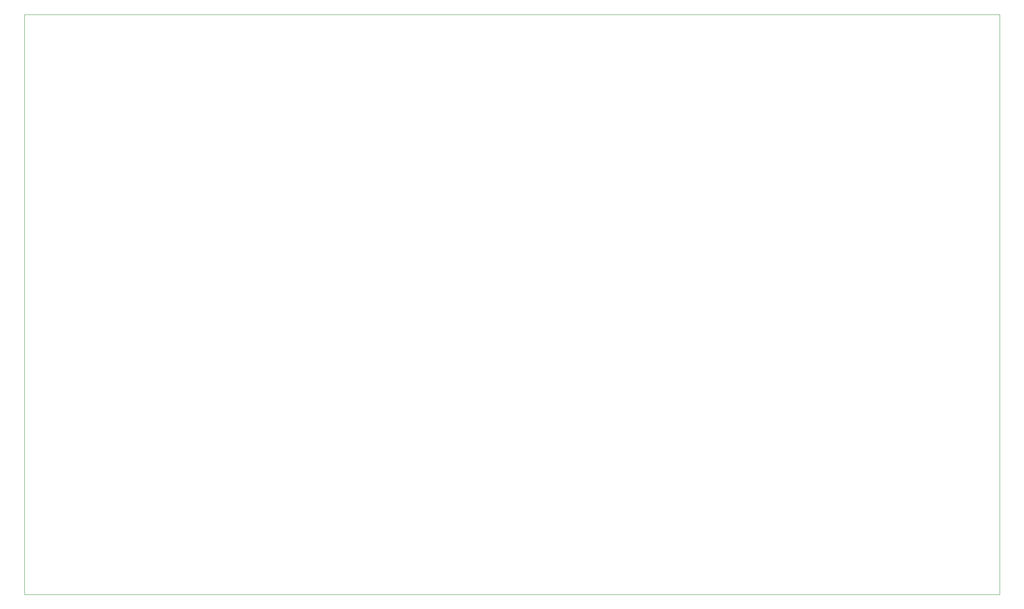
<source format=gbr>
%TF.GenerationSoftware,KiCad,Pcbnew,(5.1.9)-1*%
%TF.CreationDate,2021-04-29T12:36:39-05:00*%
%TF.ProjectId,controller_bldc,636f6e74-726f-46c6-9c65-725f626c6463,rev?*%
%TF.SameCoordinates,Original*%
%TF.FileFunction,Profile,NP*%
%FSLAX46Y46*%
G04 Gerber Fmt 4.6, Leading zero omitted, Abs format (unit mm)*
G04 Created by KiCad (PCBNEW (5.1.9)-1) date 2021-04-29 12:36:39*
%MOMM*%
%LPD*%
G01*
G04 APERTURE LIST*
%TA.AperFunction,Profile*%
%ADD10C,0.050000*%
%TD*%
G04 APERTURE END LIST*
D10*
X0Y-125000000D02*
X210000000Y-125000000D01*
X0Y0D02*
X0Y-125000000D01*
X210000000Y0D02*
X0Y0D01*
X210000000Y-125000000D02*
X210000000Y0D01*
M02*

</source>
